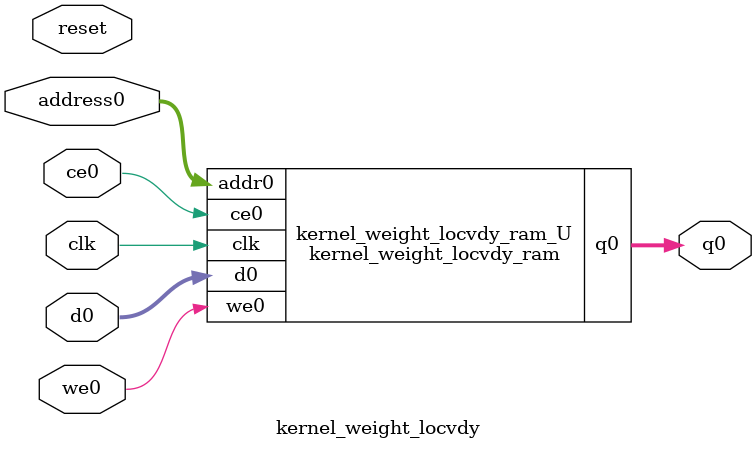
<source format=v>
`timescale 1 ns / 1 ps
module kernel_weight_locvdy_ram (addr0, ce0, d0, we0, q0,  clk);

parameter DWIDTH = 32;
parameter AWIDTH = 13;
parameter MEM_SIZE = 4608;

input[AWIDTH-1:0] addr0;
input ce0;
input[DWIDTH-1:0] d0;
input we0;
output reg[DWIDTH-1:0] q0;
input clk;

(* ram_style = "block" *)reg [DWIDTH-1:0] ram[0:MEM_SIZE-1];




always @(posedge clk)  
begin 
    if (ce0) 
    begin
        if (we0) 
        begin 
            ram[addr0] <= d0; 
        end 
        q0 <= ram[addr0];
    end
end


endmodule

`timescale 1 ns / 1 ps
module kernel_weight_locvdy(
    reset,
    clk,
    address0,
    ce0,
    we0,
    d0,
    q0);

parameter DataWidth = 32'd32;
parameter AddressRange = 32'd4608;
parameter AddressWidth = 32'd13;
input reset;
input clk;
input[AddressWidth - 1:0] address0;
input ce0;
input we0;
input[DataWidth - 1:0] d0;
output[DataWidth - 1:0] q0;



kernel_weight_locvdy_ram kernel_weight_locvdy_ram_U(
    .clk( clk ),
    .addr0( address0 ),
    .ce0( ce0 ),
    .we0( we0 ),
    .d0( d0 ),
    .q0( q0 ));

endmodule


</source>
